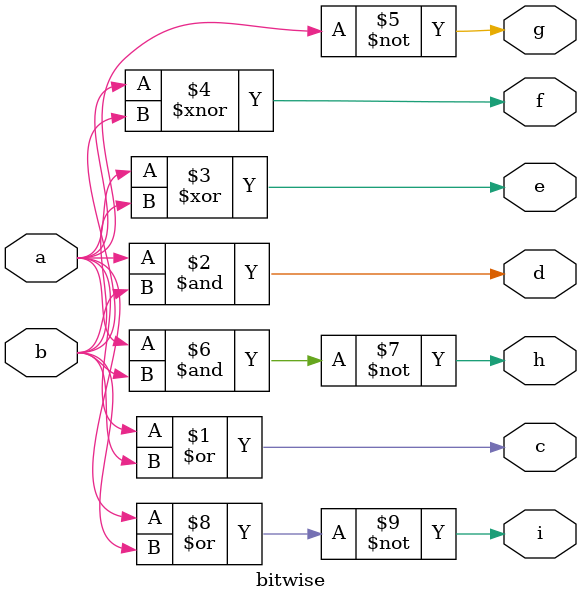
<source format=v>
module bitwise(input a,b,output c,d,e,f,g,h,i);
    assign c=a|b;
    assign d=a&b;
    assign e=a^b;
    assign f=a~^b;
    assign g=~a;
    assign h=~(a&b);
    assign i=~(a|b);
endmodule
    
</source>
